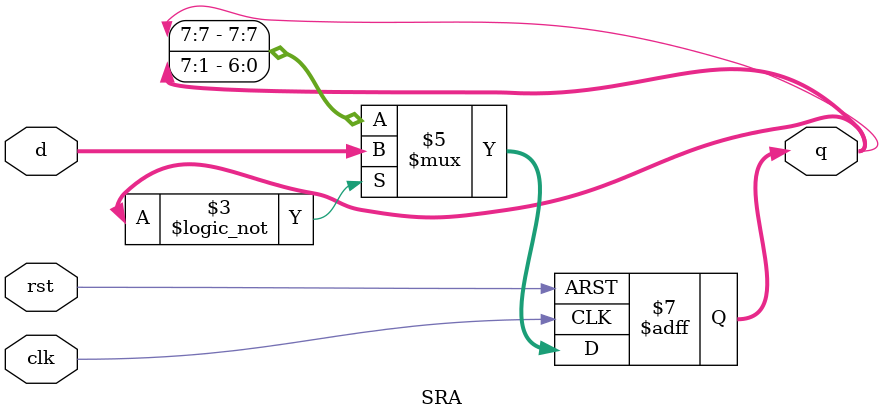
<source format=v>
module SRA(rst, clk, d, q);
input rst, clk;
input [7:0] d;
output reg [7:0] q;

always@(negedge rst, posedge clk)
begin
if(!rst) q = 0;
else begin
	if(!q) q <= d;
	else q[7:0] <= {q[7], q[7:1]};
end
end

endmodule

</source>
